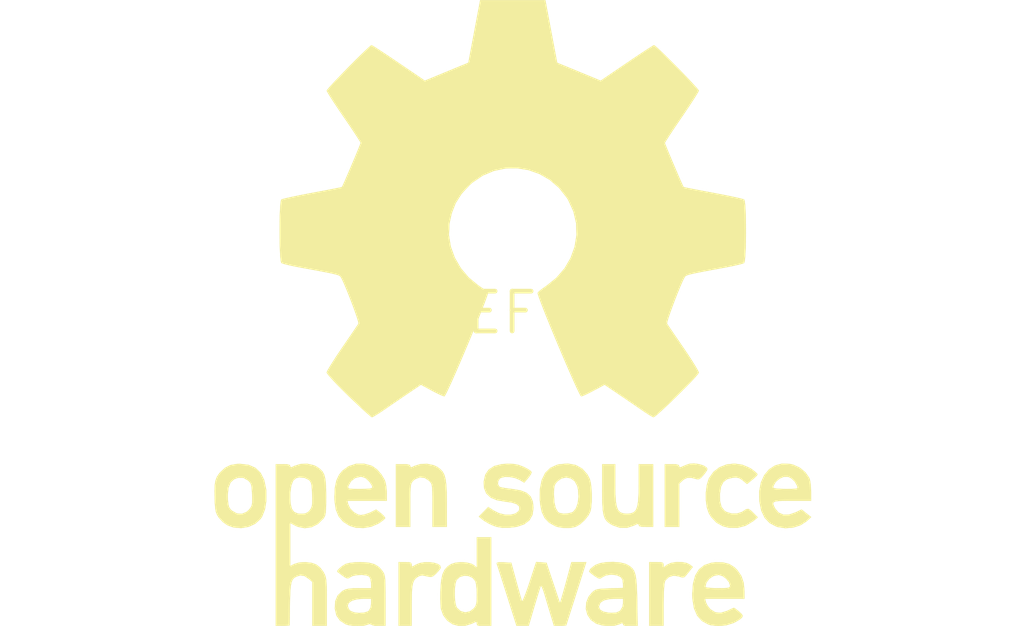
<source format=kicad_pcb>
(kicad_pcb (version 20240108) (generator pcbnew)
  (layers (0 "F.Cu" signal) (31 "B.Cu" signal) (34 "B.Paste" user) (35 "F.Paste" user) (36 "B.SilkS" user "B.Silkscreen") (37 "F.SilkS" user "F.Silkscreen") (38 "B.Mask" user) (39 "F.Mask" user) (44 "Edge.Cuts" user))
  (net 0 "")
  (footprint "OSHW-Logo_19x20mm_SilkScreen" (layer "F.Cu") (at 0 0)
    (property "Reference" "REF**")
    (property "Value" "OSHW-Logo_19x20mm_SilkScreen")
    (fp_poly (pts (xy 5.958869 4.828231) (xy 6.102092 4.871989) (xy 6.194306 4.92728) (xy 6.224344 4.971004) (xy 6.216076 5.022834) (xy 6.162427 5.104259) (xy 6.117063 5.161927) (xy 6.023546 5.266182) (xy 5.953287 5.310045) (xy 5.893393 5.307182) (xy 5.71572 5.261967) (xy 5.585234 5.26402) (xy 5.479273 5.315261) (xy 5.4437 5.345252) (xy 5.329836 5.450778) (xy 5.329836 6.828853) (xy 4.871803 6.828853) (xy 4.871803 4.830164) (xy 5.10082 4.830164) (xy 5.238318 4.835602) (xy 5.309258 4.854909) (xy 5.329827 4.892576) (xy 5.329836 4.893692) (xy 5.33955 4.933146) (xy 5.383478 4.928) (xy 5.444344 4.899536) (xy 5.570054 4.846569) (xy 5.672134 4.814703) (xy 5.80348 4.806533) (xy 5.958869 4.828231)) (layer "F.SilkS") (stroke (width 0.01)) (fill solid))
    (fp_poly (pts (xy 5.415107 7.95246) (xy 5.575182 7.984017) (xy 5.666312 8.030743) (xy 5.762179 8.10837) (xy 5.625787 8.280579) (xy 5.541694 8.384867) (xy 5.484592 8.435746) (xy 5.427844 8.443519) (xy 5.344811 8.418488) (xy 5.305833 8.404327) (xy 5.146926 8.383433) (xy 5.001399 8.42822) (xy 4.89456 8.529399) (xy 4.877205 8.561659) (xy 4.858303 8.647115) (xy 4.843716 8.804606) (xy 4.834126 9.022969) (xy 4.830219 9.291038) (xy 4.830164 9.329172) (xy 4.830164 9.993443) (xy 4.372131 9.993443) (xy 4.372131 7.953115) (xy 4.601148 7.953115) (xy 4.733199 7.956563) (xy 4.801992 7.971907) (xy 4.82743 8.006648) (xy 4.830164 8.039416) (xy 4.830164 8.125717) (xy 4.939878 8.039416) (xy 5.06568 7.980538) (xy 5.234681 7.951426) (xy 5.415107 7.95246)) (layer "F.SilkS") (stroke (width 0.01)) (fill solid))
    (fp_poly (pts (xy -3.289475 7.95754) (xy -3.227163 7.976218) (xy -3.207075 8.017255) (xy -3.20623 8.035782) (xy -3.202625 8.087383) (xy -3.1778 8.095484) (xy -3.110737 8.060108) (xy -3.070902 8.035937) (xy -2.945227 7.984175) (xy -2.795123 7.958581) (xy -2.637737 7.956613) (xy -2.490214 7.975729) (xy -2.3697 8.013387) (xy -2.29334 8.067044) (xy -2.278281 8.134158) (xy -2.285881 8.152333) (xy -2.341282 8.227777) (xy -2.42719 8.320568) (xy -2.442728 8.335568) (xy -2.524612 8.40454) (xy -2.595263 8.426825) (xy -2.694068 8.411272) (xy -2.733652 8.400938) (xy -2.856828 8.376116) (xy -2.943436 8.387278) (xy -3.016576 8.426646) (xy -3.083574 8.479479) (xy -3.132918 8.545924) (xy -3.167209 8.638652) (xy -3.189048 8.770334) (xy -3.201034 8.953641) (xy -3.205769 9.201246) (xy -3.20623 9.350744) (xy -3.20623 9.993443) (xy -3.622623 9.993443) (xy -3.622623 7.953115) (xy -3.414426 7.953115) (xy -3.289475 7.95754)) (layer "F.SilkS") (stroke (width 0.01)) (fill solid))
    (fp_poly (pts (xy 3.289508 5.478311) (xy 3.293444 5.783698) (xy 3.307823 6.01566) (xy 3.336504 6.183786) (xy 3.383348 6.297671) (xy 3.452211 6.366905) (xy 3.546954 6.40108) (xy 3.664262 6.409811) (xy 3.787123 6.400028) (xy 3.880444 6.364287) (xy 3.948084 6.292995) (xy 3.993901 6.176561) (xy 4.021755 6.005391) (xy 4.035504 5.769896) (xy 4.039016 5.478311) (xy 4.039016 4.830164) (xy 4.497049 4.830164) (xy 4.497049 6.828853) (xy 4.268033 6.828853) (xy 4.129971 6.823258) (xy 4.058878 6.803611) (xy 4.039016 6.766313) (xy 4.027054 6.733094) (xy 3.979447 6.740121) (xy 3.883485 6.787132) (xy 3.663548 6.859654) (xy 3.430274 6.854516) (xy 3.206755 6.775766) (xy 3.100313 6.713558) (xy 3.019122 6.646204) (xy 2.959808 6.561928) (xy 2.918996 6.448957) (xy 2.893312 6.295515) (xy 2.879381 6.089827) (xy 2.873829 5.820118) (xy 2.873115 5.611551) (xy 2.873115 4.830164) (xy 3.289508 4.830164) (xy 3.289508 5.478311)) (layer "F.SilkS") (stroke (width 0.01)) (fill solid))
    (fp_poly (pts (xy -2.496892 4.864563) (xy -2.39326 4.914062) (xy -2.292894 4.985561) (xy -2.216432 5.067853) (xy -2.160738 5.172811) (xy -2.122677 5.312313) (xy -2.099115 5.498233) (xy -2.086915 5.742448) (xy -2.082944 6.056833) (xy -2.082882 6.089754) (xy -2.081967 6.828853) (xy -2.54 6.828853) (xy -2.54 6.147481) (xy -2.540326 5.89505) (xy -2.542581 5.712093) (xy -2.548681 5.584807) (xy -2.560541 5.499386) (xy -2.580076 5.442026) (xy -2.609203 5.398924) (xy -2.649776 5.356334) (xy -2.791731 5.264824) (xy -2.946694 5.247843) (xy -3.094323 5.305701) (xy -3.145663 5.348763) (xy -3.183353 5.389249) (xy -3.210413 5.432607) (xy -3.228603 5.492463) (xy -3.239684 5.582441) (xy -3.245414 5.716168) (xy -3.247556 5.90727) (xy -3.247869 6.139911) (xy -3.247869 6.828853) (xy -3.705902 6.828853) (xy -3.705902 4.830164) (xy -3.476885 4.830164) (xy -3.339386 4.835602) (xy -3.268447 4.854909) (xy -3.247878 4.892576) (xy -3.247869 4.893692) (xy -3.238325 4.930581) (xy -3.196233 4.926395) (xy -3.112541 4.885861) (xy -2.922727 4.826224) (xy -2.705599 4.819591) (xy -2.496892 4.864563)) (layer "F.SilkS") (stroke (width 0.01)) (fill solid))
    (fp_poly (pts (xy 7.342288 4.847602) (xy 7.583543 4.95009) (xy 7.659531 4.999981) (xy 7.756648 5.076651) (xy 7.817612 5.136936) (xy 7.828197 5.156571) (xy 7.798308 5.200142) (xy 7.721819 5.274077) (xy 7.660582 5.325679) (xy 7.492967 5.460378) (xy 7.360614 5.34901) (xy 7.258336 5.277113) (xy 7.15861 5.252296) (xy 7.044475 5.258357) (xy 6.863234 5.303418) (xy 6.738475 5.396949) (xy 6.662658 5.548154) (xy 6.62824 5.766236) (xy 6.628231 5.766373) (xy 6.631208 6.010124) (xy 6.677467 6.188966) (xy 6.769742 6.31073) (xy 6.83265 6.351964) (xy 6.999717 6.403311) (xy 7.178162 6.403342) (xy 7.333415 6.353522) (xy 7.370164 6.32918) (xy 7.46233 6.267004) (xy 7.534387 6.256813) (xy 7.612102 6.303092) (xy 7.698018 6.386212) (xy 7.834011 6.526521) (xy 7.683023 6.650978) (xy 7.44974 6.791443) (xy 7.186673 6.860666) (xy 6.91176 6.855653) (xy 6.731216 6.809755) (xy 6.520194 6.696249) (xy 6.351426 6.517685) (xy 6.274753 6.391639) (xy 6.212654 6.210791) (xy 6.181581 5.981745) (xy 6.181342 5.73351) (xy 6.211743 5.495093) (xy 6.272592 5.295503) (xy 6.282176 5.275039) (xy 6.424102 5.074341) (xy 6.616259 4.928217) (xy 6.843464 4.839698) (xy 7.090535 4.811815) (xy 7.342288 4.847602)) (layer "F.SilkS") (stroke (width 0.01)) (fill solid))
    (fp_poly (pts (xy 2.022521 4.854805) (xy 2.233136 4.969505) (xy 2.397915 5.150574) (xy 2.475554 5.297838) (xy 2.508886 5.427907) (xy 2.530483 5.613333) (xy 2.539739 5.826939) (xy 2.536045 6.04155) (xy 2.518794 6.229991) (xy 2.498643 6.330637) (xy 2.430667 6.468323) (xy 2.312942 6.614566) (xy 2.171065 6.742452) (xy 2.030632 6.825063) (xy 2.027207 6.826373) (xy 1.852945 6.862472) (xy 1.646427 6.863365) (xy 1.450174 6.830501) (xy 1.374396 6.804161) (xy 1.179221 6.693484) (xy 1.039438 6.548478) (xy 0.947599 6.356503) (xy 0.896254 6.10492) (xy 0.884637 5.973142) (xy 0.886119 5.807553) (xy 1.332459 5.807553) (xy 1.347494 6.049177) (xy 1.390772 6.233303) (xy 1.459551 6.350949) (xy 1.50855 6.38459) (xy 1.634093 6.40805) (xy 1.783318 6.401104) (xy 1.912333 6.367345) (xy 1.946166 6.348772) (xy 2.035428 6.240599) (xy 2.094345 6.075051) (xy 2.119424 5.873581) (xy 2.107174 5.657646) (xy 2.079796 5.52769) (xy 2.001191 5.377191) (xy 1.877104 5.283114) (xy 1.727661 5.250587) (xy 1.572987 5.284738) (xy 1.454174 5.368273) (xy 1.391735 5.437193) (xy 1.355293 5.505126) (xy 1.337923 5.597064) (xy 1.332699 5.737999) (xy 1.332459 5.807553) (xy 0.886119 5.807553) (xy 0.887785 5.621495) (xy 0.945056 5.333134) (xy 1.056457 5.108049) (xy 1.221993 4.94623) (xy 1.44167 4.847666) (xy 1.488842 4.836236) (xy 1.772336 4.809406) (xy 2.022521 4.854805)) (layer "F.SilkS") (stroke (width 0.01)) (fill solid))
    (fp_poly (pts (xy 1.096942 7.973935) (xy 1.312248 8.619344) (xy 1.527555 9.264754) (xy 1.595064 9.035738) (xy 1.635691 8.894204) (xy 1.689133 8.702936) (xy 1.746842 8.492693) (xy 1.777355 8.379918) (xy 1.892136 7.953115) (xy 2.365687 7.953115) (xy 2.224139 8.400738) (xy 2.154433 8.620903) (xy 2.070223 8.886471) (xy 1.982281 9.163492) (xy 1.903772 9.410492) (xy 1.724952 9.972623) (xy 1.531882 9.985185) (xy 1.338811 9.997746) (xy 1.234118 9.65207) (xy 1.169553 9.437335) (xy 1.099092 9.200604) (xy 1.037511 8.991526) (xy 1.035081 8.983205) (xy 0.989085 8.841537) (xy 0.948503 8.744874) (xy 0.92008 8.708321) (xy 0.914239 8.712549) (xy 0.893738 8.769217) (xy 0.854785 8.890605) (xy 0.802122 9.061448) (xy 0.740491 9.266482) (xy 0.707143 9.379262) (xy 0.526546 9.993443) (xy 0.143267 9.993443) (xy -0.163133 9.025328) (xy -0.249209 8.753759) (xy -0.32762 8.507138) (xy -0.394661 8.297048) (xy -0.446631 8.135076) (xy -0.479826 8.032808) (xy -0.489916 8.002928) (xy -0.481928 7.972334) (xy -0.419208 7.958935) (xy -0.288685 7.960275) (xy -0.268253 7.961288) (xy -0.026208 7.973935) (xy 0.132317 8.556885) (xy 0.190585 8.769486) (xy 0.242655 8.956377) (xy 0.283944 9.101331) (xy 0.309866 9.18812) (xy 0.314656 9.202269) (xy 0.334504 9.185998) (xy 0.37453 9.101697) (xy 0.430138 8.960842) (xy 0.496731 8.774911) (xy 0.553024 8.606956) (xy 0.767578 7.949209) (xy 1.096942 7.973935)) (layer "F.SilkS") (stroke (width 0.01)) (fill solid))
    (fp_poly (pts (xy -8.40539 4.851802) (xy -8.187553 4.948108) (xy -8.022184 5.108919) (xy -7.909043 5.334482) (xy -7.847888 5.625042) (xy -7.843505 5.670408) (xy -7.84007 5.990256) (xy -7.884602 6.270614) (xy -7.974391 6.497847) (xy -8.022471 6.570941) (xy -8.189945 6.725643) (xy -8.403232 6.825838) (xy -8.641846 6.867418) (xy -8.885303 6.846272) (xy -9.07037 6.781145) (xy -9.229521 6.671393) (xy -9.359596 6.527496) (xy -9.361846 6.52413) (xy -9.41467 6.435314) (xy -9.448999 6.346005) (xy -9.469788 6.233294) (xy -9.481991 6.074273) (xy -9.487367 5.943868) (xy -9.489605 5.825611) (xy -9.073294 5.825611) (xy -9.069225 5.943335) (xy -9.054455 6.100049) (xy -9.028398 6.200621) (xy -8.981407 6.272173) (xy -8.937397 6.313971) (xy -8.781377 6.401484) (xy -8.618131 6.413179) (xy -8.466096 6.350212) (xy -8.39008 6.279653) (xy -8.335303 6.20855) (xy -8.303263 6.140512) (xy -8.2892 6.051967) (xy -8.288358 5.919339) (xy -8.292691 5.797195) (xy -8.302011 5.62271) (xy -8.316788 5.509538) (xy -8.34342 5.435721) (xy -8.388309 5.379298) (xy -8.42388 5.34705) (xy -8.572671 5.26234) (xy -8.733187 5.258117) (xy -8.86778 5.308292) (xy -8.9826 5.413075) (xy -9.051004 5.585198) (xy -9.073294 5.825611) (xy -9.489605 5.825611) (xy -9.492276 5.684548) (xy -9.483893 5.49061) (xy -9.458772 5.344745) (xy -9.413468 5.229641) (xy -9.344536 5.127986) (xy -9.318978 5.097802) (xy -9.159175 4.947412) (xy -8.987769 4.859566) (xy -8.778151 4.822762) (xy -8.675936 4.819754) (xy -8.40539 4.851802)) (layer "F.SilkS") (stroke (width 0.01)) (fill solid))
    (fp_poly (pts (xy -0.66623 9.993443) (xy -0.895246 9.993443) (xy -1.028175 9.989546) (xy -1.097405 9.973407) (xy -1.122332 9.938354) (xy -1.124262 9.914653) (xy -1.128466 9.867123) (xy -1.154974 9.858008) (xy -1.224633 9.887308) (xy -1.278804 9.914653) (xy -1.486777 9.979451) (xy -1.712853 9.983201) (xy -1.896655 9.934873) (xy -2.067813 9.818118) (xy -2.198284 9.645781) (xy -2.269727 9.442506) (xy -2.271546 9.431141) (xy -2.282161 9.307136) (xy -2.28744 9.129117) (xy -2.287016 8.99448) (xy -1.832172 8.99448) (xy -1.821635 9.173428) (xy -1.797666 9.320924) (xy -1.765217 9.404217) (xy -1.642456 9.518041) (xy -1.496701 9.558845) (xy -1.346393 9.525848) (xy -1.217951 9.427422) (xy -1.169308 9.361224) (xy -1.140866 9.282231) (xy -1.127544 9.166926) (xy -1.124262 8.993736) (xy -1.130135 8.822229) (xy -1.145647 8.67154) (xy -1.167638 8.570698) (xy -1.171303 8.561659) (xy -1.259988 8.454195) (xy -1.389428 8.395195) (xy -1.534257 8.385669) (xy -1.669109 8.426626) (xy -1.768617 8.519076) (xy -1.77894 8.537473) (xy -1.81125 8.649646) (xy -1.828852 8.810934) (xy -1.832172 8.99448) (xy -2.287016 8.99448) (xy -2.2868 8.926212) (xy -2.283806 8.81701) (xy -2.263442 8.546856) (xy -2.221117 8.344024) (xy -2.150706 8.194077) (xy -2.046088 8.082579) (xy -1.944521 8.017127) (xy -1.802616 7.971117) (xy -1.626121 7.955336) (xy -1.445393 7.96819) (xy -1.290787 8.008081) (xy -1.209101 8.055801) (xy -1.124262 8.132579) (xy -1.124262 7.161967) (xy -0.66623 7.161967) (xy -0.66623 9.993443)) (layer "F.SilkS") (stroke (width 0.01)) (fill solid))
    (fp_poly (pts (xy 8.867792 4.823019) (xy 8.974414 4.848922) (xy 9.17883 4.943772) (xy 9.353625 5.088633) (xy 9.474597 5.26232) (xy 9.491217 5.301317) (xy 9.514016 5.403465) (xy 9.529975 5.554573) (xy 9.53541 5.707301) (xy 9.53541 5.996066) (xy 8.931639 5.996066) (xy 8.682619 5.997007) (xy 8.507189 6.002723) (xy 8.395665 6.01755) (xy 8.33836 6.045827) (xy 8.325588 6.09189) (xy 8.347662 6.160077) (xy 8.387205 6.239863) (xy 8.497509 6.373017) (xy 8.650792 6.439355) (xy 8.838141 6.437194) (xy 9.050363 6.364991) (xy 9.233773 6.275883) (xy 9.385962 6.39622) (xy 9.538151 6.516558) (xy 9.394974 6.648843) (xy 9.203828 6.773832) (xy 8.968753 6.849189) (xy 8.715898 6.870278) (xy 8.471413 6.83246) (xy 8.431967 6.819628) (xy 8.21709 6.707414) (xy 8.05725 6.540118) (xy 7.94908 6.312748) (xy 7.88921 6.020308) (xy 7.888513 6.01404) (xy 7.883152 5.695332) (xy 7.904823 5.581632) (xy 8.327869 5.581632) (xy 8.366722 5.599116) (xy 8.472205 5.612508) (xy 8.627707 5.620155) (xy 8.726249 5.621312) (xy 8.910013 5.620588) (xy 9.024914 5.615983) (xy 9.085366 5.603848) (xy 9.105783 5.58053) (xy 9.100581 5.542382) (xy 9.096217 5.527623) (xy 9.021724 5.388944) (xy 8.904566 5.277179) (xy 8.801173 5.228066) (xy 8.663816 5.231032) (xy 8.524629 5.292278) (xy 8.407874 5.393683) (xy 8.33781 5.517122) (xy 8.327869 5.581632) (xy 7.904823 5.581632) (xy 7.936579 5.41502) (xy 8.042572 5.17978) (xy 8.194911 4.996284) (xy 8.387374 4.871209) (xy 8.613742 4.811229) (xy 8.867792 4.823019)) (layer "F.SilkS") (stroke (width 0.01)) (fill solid))
    (fp_poly (pts (xy 0.046418 4.823003) (xy 0.2041 4.852907) (xy 0.367685 4.915452) (xy 0.385164 4.923426) (xy 0.509217 4.988656) (xy 0.595129 5.049274) (xy 0.622898 5.088106) (xy 0.596453 5.151437) (xy 0.53222 5.244881) (xy 0.503708 5.279762) (xy 0.386211 5.417066) (xy 0.234732 5.327691) (xy 0.09057 5.268152) (xy -0.076 5.236326) (xy -0.235738 5.234316) (xy -0.359406 5.264221) (xy -0.389084 5.282886) (xy -0.445602 5.368466) (xy -0.452471 5.467049) (xy -0.41018 5.544062) (xy -0.385164 5.558998) (xy -0.310204 5.577547) (xy -0.178439 5.599348) (xy -0.016009 5.62018) (xy 0.013956 5.623447) (xy 0.27484 5.668575) (xy 0.464055 5.74523) (xy 0.589543 5.860491) (xy 0.659243 6.021435) (xy 0.680956 6.218015) (xy 0.650961 6.441473) (xy 0.553559 6.616949) (xy 0.388361 6.744758) (xy 0.154977 6.825218) (xy -0.104098 6.856962) (xy -0.315367 6.85658) (xy -0.486735 6.827749) (xy -0.60377 6.787944) (xy -0.75165 6.718587) (xy -0.888313 6.638097) (xy -0.936885 6.60267) (xy -1.061803 6.500705) (xy -0.760491 6.195813) (xy -0.589204 6.309165) (xy -0.417406 6.3943) (xy -0.233952 6.43883) (xy -0.057603 6.443528) (xy 0.092881 6.40917) (xy 0.19874 6.336529) (xy 0.232921 6.275238) (xy 0.227794 6.176941) (xy 0.142857 6.101773) (xy -0.021657 6.049866) (xy -0.201899 6.025875) (xy -0.479291 5.980104) (xy -0.685365 5.893748) (xy -0.822878 5.76428) (xy -0.894587 5.589172) (xy -0.904521 5.381565) (xy -0.855452 5.164714) (xy -0.74358 5.000805) (xy -0.567903 4.889088) (xy -0.327419 4.828814) (xy -0.149257 4.816999) (xy 0.046418 4.823003)) (layer "F.SilkS") (stroke (width 0.01)) (fill solid))
    (fp_poly (pts (xy 6.730842 7.963999) (xy 6.929876 8.015746) (xy 7.096561 8.122544) (xy 7.177269 8.202326) (xy 7.309568 8.390931) (xy 7.38539 8.60972) (xy 7.411438 8.878668) (xy 7.411571 8.90041) (xy 7.411803 9.119017) (xy 6.153595 9.119017) (xy 6.180415 9.233525) (xy 6.228841 9.337232) (xy 6.313596 9.44529) (xy 6.331323 9.462541) (xy 6.48368 9.555904) (xy 6.657424 9.571738) (xy 6.857411 9.510313) (xy 6.891311 9.493771) (xy 6.995288 9.443484) (xy 7.064931 9.414834) (xy 7.077083 9.412184) (xy 7.119501 9.437913) (xy 7.200399 9.500861) (xy 7.241465 9.535259) (xy 7.32656 9.614276) (xy 7.354503 9.666451) (xy 7.33511 9.714446) (xy 7.324743 9.72757) (xy 7.254531 9.785008) (xy 7.138674 9.854813) (xy 7.057869 9.895564) (xy 6.828501 9.967362) (xy 6.574564 9.990625) (xy 6.334074 9.963059) (xy 6.266721 9.943321) (xy 6.058262 9.831612) (xy 5.903746 9.659721) (xy 5.802278 9.425979) (xy 5.752965 9.128716) (xy 5.747551 8.973279) (xy 5.763359 8.746973) (xy 6.162623 8.746973) (xy 6.20124 8.763702) (xy 6.305042 8.776829) (xy 6.455956 8.784575) (xy 6.558197 8.785902) (xy 6.742101 8.784623) (xy 6.858174 8.778638) (xy 6.921852 8.764724) (xy 6.948567 8.739655) (xy 6.95377 8.70328) (xy 6.918073 8.591229) (xy 6.828196 8.480488) (xy 6.709966 8.395489) (xy 6.59169 8.360718) (xy 6.431044 8.391563) (xy 6.291978 8.480732) (xy 6.195557 8.609263) (xy 6.162623 8.746973) (xy 5.763359 8.746973) (xy 5.770572 8.643733) (xy 5.841624 8.381175) (xy 5.96221 8.183525) (xy 6.133834 8.048702) (xy 6.357998 7.974626) (xy 6.479438 7.96036) (xy 6.730842 7.963999)) (layer "F.SilkS") (stroke (width 0.01)) (fill solid))
    (fp_poly (pts (xy -4.492675 4.876526) (xy -4.451181 4.896061) (xy -4.307566 5.001263) (xy -4.171764 5.154793) (xy -4.070362 5.323845) (xy -4.04152 5.401567) (xy -4.015206 5.540398) (xy -3.999515 5.708177) (xy -3.997609 5.777459) (xy -3.997377 5.996066) (xy -5.255585 5.996066) (xy -5.228766 6.110574) (xy -5.162934 6.246004) (xy -5.047839 6.363046) (xy -4.910913 6.438442) (xy -4.823658 6.454098) (xy -4.705328 6.435099) (xy -4.564149 6.387446) (xy -4.516189 6.365521) (xy -4.338829 6.276944) (xy -4.18747 6.392391) (xy -4.100131 6.470474) (xy -4.053658 6.534922) (xy -4.051305 6.553837) (xy -4.092822 6.599681) (xy -4.18381 6.669349) (xy -4.266395 6.7237) (xy -4.489249 6.821405) (xy -4.739087 6.865628) (xy -4.98671 6.85413) (xy -5.184098 6.794029) (xy -5.387576 6.665284) (xy -5.532179 6.495774) (xy -5.622639 6.276462) (xy -5.663689 5.998309) (xy -5.667329 5.871034) (xy -5.652761 5.579375) (xy -5.650972 5.570891) (xy -5.234059 5.570891) (xy -5.222577 5.598242) (xy -5.175384 5.613324) (xy -5.078049 5.619788) (xy -4.916136 5.621285) (xy -4.85379 5.621312) (xy -4.664103 5.619052) (xy -4.543811 5.610844) (xy -4.479116 5.59455) (xy -4.45622 5.568027) (xy -4.45541 5.55951) (xy -4.48154 5.491825) (xy -4.546937 5.397005) (xy -4.575052 5.363805) (xy -4.679426 5.269906) (xy -4.788225 5.232988) (xy -4.846843 5.229902) (xy -5.005426 5.268493) (xy -5.138413 5.372155) (xy -5.222772 5.522717) (xy -5.224267 5.527623) (xy -5.234059 5.570891) (xy -5.650972 5.570891) (xy -5.604316 5.349722) (xy -5.517045 5.165983) (xy -5.410311 5.035557) (xy -5.21298 4.894131) (xy -4.981015 4.818556) (xy -4.734288 4.811724) (xy -4.492675 4.876526)) (layer "F.SilkS") (stroke (width 0.01)) (fill solid))
    (fp_poly (pts (xy 3.43867 7.96548) (xy 3.614179 8.008109) (xy 3.664912 8.030693) (xy 3.763254 8.089847) (xy 3.838727 8.156472) (xy 3.894571 8.242135) (xy 3.934026 8.358405) (xy 3.960332 8.516848) (xy 3.976729 8.729034) (xy 3.986457 9.006529) (xy 3.990151 9.191885) (xy 4.003745 9.993443) (xy 3.771544 9.993443) (xy 3.630677 9.987536) (xy 3.558102 9.96735) (xy 3.539344 9.933453) (xy 3.529441 9.896799) (xy 3.485166 9.903807) (xy 3.424836 9.933197) (xy 3.273803 9.978246) (xy 3.079693 9.990385) (xy 2.875531 9.970529) (xy 2.69434 9.919592) (xy 2.678089 9.912522) (xy 2.512491 9.796188) (xy 2.403324 9.634467) (xy 2.353091 9.44543) (xy 2.356928 9.377515) (xy 2.766763 9.377515) (xy 2.802875 9.468914) (xy 2.909942 9.534411) (xy 3.082684 9.569563) (xy 3.175 9.574231) (xy 3.32885 9.562282) (xy 3.431115 9.515844) (xy 3.456066 9.493771) (xy 3.523661 9.373681) (xy 3.539344 9.264754) (xy 3.539344 9.119017) (xy 3.336352 9.119017) (xy 3.100387 9.131043) (xy 2.934881 9.168871) (xy 2.830305 9.235121) (xy 2.806891 9.264656) (xy 2.766763 9.377515) (xy 2.356928 9.377515) (xy 2.364295 9.247148) (xy 2.43944 9.057692) (xy 2.541968 8.929656) (xy 2.604065 8.874302) (xy 2.664855 8.837924) (xy 2.743952 8.815744) (xy 2.860971 8.802982) (xy 3.035527 8.794857) (xy 3.104763 8.792521) (xy 3.539344 8.778321) (xy 3.538707 8.646784) (xy 3.521876 8.508519) (xy 3.461026 8.424917) (xy 3.338095 8.371507) (xy 3.334797 8.370555) (xy 3.160504 8.349555) (xy 2.989952 8.376985) (xy 2.8632 8.443689) (xy 2.812342 8.476625) (xy 2.757565 8.472068) (xy 2.673272 8.424349) (xy 2.623773 8.390671) (xy 2.526955 8.318716) (xy 2.466982 8.264779) (xy 2.457359 8.249337) (xy 2.496985 8.169424) (xy 2.614064 8.073989) (xy 2.664918 8.041789) (xy 2.811113 7.986332) (xy 3.008137 7.954913) (xy 3.226989 7.947855) (xy 3.43867 7.96548)) (layer "F.SilkS") (stroke (width 0.01)) (fill solid))
    (fp_poly (pts (xy -4.583779 7.969247) (xy -4.387889 8.021514) (xy -4.238767 8.116253) (xy -4.133535 8.240338) (xy -4.100821 8.293296) (xy -4.076669 8.348768) (xy -4.059784 8.41973) (xy -4.048873 8.519154) (xy -4.04264 8.660016) (xy -4.039791 8.855289) (xy -4.039032 9.117948) (xy -4.039016 9.187633) (xy -4.039016 9.993443) (xy -4.238885 9.993443) (xy -4.36637 9.984515) (xy -4.460634 9.961896) (xy -4.484251 9.947946) (xy -4.548815 9.92387) (xy -4.614759 9.947946) (xy -4.723332 9.978003) (xy -4.881042 9.9901) (xy -5.055844 9.984851) (xy -5.215693 9.962869) (xy -5.309016 9.934663) (xy -5.489609 9.818731) (xy -5.60247 9.657847) (xy -5.653209 9.443936) (xy -5.65368 9.438443) (xy -5.649227 9.343547) (xy -5.246557 9.343547) (xy -5.211354 9.451484) (xy -5.154014 9.512229) (xy -5.038913 9.558172) (xy -4.886986 9.576512) (xy -4.732061 9.567485) (xy -4.607964 9.531332) (xy -4.573197 9.508137) (xy -4.512444 9.40096) (xy -4.497049 9.27912) (xy -4.497049 9.119017) (xy -4.727403 9.119017) (xy -4.946241 9.135863) (xy -5.112137 9.183593) (xy -5.215338 9.257986) (xy -5.246557 9.343547) (xy -5.649227 9.343547) (xy -5.642713 9.204731) (xy -5.565631 9.019946) (xy -5.420714 8.880206) (xy -5.400683 8.867495) (xy -5.31461 8.826105) (xy -5.208073 8.801041) (xy -5.059141 8.788858) (xy -4.882213 8.786057) (xy -4.497049 8.785902) (xy -4.497049 8.624443) (xy -4.513387 8.499168) (xy -4.555078 8.415241) (xy -4.559959 8.410773) (xy -4.652736 8.374059) (xy -4.792784 8.359828) (xy -4.947555 8.366821) (xy -5.084499 8.39378) (xy -5.165759 8.434212) (xy -5.20979 8.466601) (xy -5.256285 8.472784) (xy -5.320451 8.446248) (xy -5.417495 8.380479) (xy -5.562626 8.268963) (xy -5.575947 8.258516) (xy -5.569121 8.219862) (xy -5.512178 8.155572) (xy -5.42563 8.084131) (xy -5.329992 8.024021) (xy -5.299944 8.009827) (xy -5.190341 7.981503) (xy -5.029735 7.9613) (xy -4.850302 7.953196) (xy -4.841911 7.95318) (xy -4.583779 7.969247)) (layer "F.SilkS") (stroke (width 0.01)) (fill solid))
    (fp_poly (pts (xy -6.320808 4.865166) (xy -6.233015 4.90854) (xy -6.124751 4.984122) (xy -6.045845 5.066542) (xy -5.991805 5.170037) (xy -5.958141 5.308843) (xy -5.940363 5.497194) (xy -5.93398 5.749328) (xy -5.933607 5.857724) (xy -5.934696 6.095287) (xy -5.939222 6.265068) (xy -5.949068 6.38255) (xy -5.966118 6.463215) (xy -5.992259 6.522545) (xy -6.019458 6.56302) (xy -6.19308 6.735225) (xy -6.397538 6.838806) (xy -6.618104 6.86996) (xy -6.840046 6.824885) (xy -6.91036 6.793009) (xy -7.078689 6.705271) (xy -7.078689 8.080172) (xy -6.955838 8.016643) (xy -6.793967 7.967491) (xy -6.595005 7.9549) (xy -6.396328 7.978147) (xy -6.24629 8.03037) (xy -6.121841 8.129826) (xy -6.015508 8.272143) (xy -6.007513 8.286755) (xy -5.973793 8.355582) (xy -5.949166 8.424956) (xy -5.932214 8.508996) (xy -5.921519 8.621816) (xy -5.915662 8.777533) (xy -5.913227 8.990265) (xy -5.912787 9.229664) (xy -5.912787 9.993443) (xy -6.37082 9.993443) (xy -6.37082 8.585108) (xy -6.498933 8.477308) (xy -6.632018 8.391079) (xy -6.758048 8.375401) (xy -6.884778 8.415747) (xy -6.952317 8.455254) (xy -7.002586 8.511527) (xy -7.038338 8.596572) (xy -7.062328 8.722394) (xy -7.077311 8.900998) (xy -7.08604 9.144391) (xy -7.089114 9.306394) (xy -7.099508 9.972623) (xy -7.318115 9.985209) (xy -7.536721 9.997795) (xy -7.536721 5.863464) (xy -7.078689 5.863464) (xy -7.067011 6.093953) (xy -7.027662 6.25395) (xy -6.954166 6.353497) (xy -6.840049 6.402639) (xy -6.724754 6.412459) (xy -6.594238 6.401175) (xy -6.507617 6.356764) (xy -6.453451 6.298081) (xy -6.41081 6.234962) (xy -6.385426 6.164645) (xy -6.374131 6.066123) (xy -6.37376 5.918387) (xy -6.37756 5.794683) (xy -6.386288 5.608328) (xy -6.39928 5.485982) (xy -6.421159 5.408377) (xy -6.456546 5.356245) (xy -6.489941 5.326111) (xy -6.629475 5.260399) (xy -6.794619 5.249787) (xy -6.889446 5.272423) (xy -6.983334 5.352881) (xy -7.045526 5.509392) (xy -7.075669 5.740852) (xy -7.078689 5.863464) (xy -7.536721 5.863464) (xy -7.536721 4.830164) (xy -7.307705 4.830164) (xy -7.170206 4.835602) (xy -7.099267 4.854909) (xy -7.078697 4.892576) (xy -7.078689 4.893692) (xy -7.069145 4.930581) (xy -7.027051 4.926393) (xy -6.943361 4.885859) (xy -6.748354 4.82385) (xy -6.528954 4.817332) (xy -6.320808 4.865166)) (layer "F.SilkS") (stroke (width 0.01)) (fill solid))
    (fp_poly (pts (xy 1.248305 -8.97404) (xy 1.436557 -7.975458) (xy 2.131183 -7.689111) (xy 2.825808 -7.402763) (xy 3.659128 -7.969414) (xy 3.892501 -8.127189) (xy 4.103457 -8.268061) (xy 4.282153 -8.385599) (xy 4.418744 -8.473371) (xy 4.503386 -8.524945) (xy 4.526437 -8.536065) (xy 4.567963 -8.507465) (xy 4.656698 -8.428396) (xy 4.782697 -8.308959) (xy 4.936014 -8.159256) (xy 5.106702 -7.989385) (xy 5.284814 -7.809449) (xy 5.460406 -7.629546) (xy 5.62353 -7.459778) (xy 5.764241 -7.310246) (xy 5.872592 -7.191048) (xy 5.938637 -7.112287) (xy 5.954426 -7.085928) (xy 5.931703 -7.037334) (xy 5.867999 -6.930874) (xy 5.770013 -6.776961) (xy 5.644441 -6.586009) (xy 5.497982 -6.368431) (xy 5.413115 -6.244329) (xy 5.258426 -6.017721) (xy 5.12097 -5.81323) (xy 5.007414 -5.641035) (xy 4.924428 -5.511315) (xy 4.878678 -5.434249) (xy 4.871803 -5.418053) (xy 4.887388 -5.372025) (xy 4.929868 -5.26475) (xy 4.992835 -5.111313) (xy 5.069879 -4.926794) (xy 5.15459 -4.726279) (xy 5.240558 -4.524848) (xy 5.321373 -4.337585) (xy 5.390627 -4.179572) (xy 5.441908 -4.065893) (xy 5.468809 -4.01163) (xy 5.470396 -4.009494) (xy 5.512635 -3.999133) (xy 5.625126 -3.976018) (xy 5.796209 -3.942421) (xy 6.014223 -3.900615) (xy 6.267509 -3.852873) (xy 6.415288 -3.825341) (xy 6.685938 -3.77381) (xy 6.930397 -3.724775) (xy 7.1363 -3.680919) (xy 7.291277 -3.644926) (xy 7.382962 -3.619479) (xy 7.401393 -3.611405) (xy 7.419445 -3.556758) (xy 7.43401 -3.433338) (xy 7.445098 -3.255577) (xy 7.452719 -3.037909) (xy 7.456884 -2.794765) (xy 7.457602 -2.540577) (xy 7.454882 -2.28978) (xy 7.448735 -2.056804) (xy 7.439171 -1.856082) (xy 7.426199 -1.702046) (xy 7.409829 -1.60913) (xy 7.400011 -1.589787) (xy 7.341323 -1.566602) (xy 7.216966 -1.533456) (xy 7.04339 -1.494242) (xy 6.837042 -1.452855) (xy 6.765011 -1.439466) (xy 6.417719 -1.375853) (xy 6.143383 -1.324622) (xy 5.932939 -1.283739) (xy 5.777322 -1.251166) (xy 5.667467 -1.224868) (xy 5.594311 -1.202808) (xy 5.548787 -1.182951) (xy 5.521833 -1.163259) (xy 5.518061 -1.159368) (xy 5.480415 -1.096676) (xy 5.422986 -0.974669) (xy 5.351508 -0.808288) (xy 5.271715 -0.612471) (xy 5.189343 -0.40216) (xy 5.110125 -0.192292) (xy 5.039796 0.002191) (xy 4.984089 0.16635) (xy 4.948741 0.285245) (xy 4.939484 0.343936) (xy 4.940256 0.345992) (xy 4.97162 0.393964) (xy 5.042774 0.499516) (xy 5.14624 0.65166) (xy 5.27454 0.83941) (xy 5.420199 1.05178) (xy 5.46168 1.11213) (xy 5.609587 1.330929) (xy 5.739739 1.530562) (xy 5.845045 1.699565) (xy 5.918416 1.826475) (xy 5.952763 1.899829) (xy 5.954426 1.908841) (xy 5.925569 1.956207) (xy 5.845831 2.050042) (xy 5.725462 2.180261) (xy 5.574713 2.336779) (xy 5.403836 2.50951) (xy 5.223079 2.688371) (xy 5.042694 2.863276) (xy 4.872932 3.02414) (xy 4.724042 3.160878) (xy 4.606276 3.263407) (xy 4.529883 3.32164) (xy 4.50875 3.331148) (xy 4.45956 3.308754) (xy 4.358847 3.248356) (xy 4.223017 3.160129) (xy 4.11851 3.089115) (xy 3.929149 2.958811) (xy 3.704899 2.805384) (xy 3.479964 2.652201) (xy 3.359032 2.570218) (xy 2.949704 2.293353) (xy 2.606102 2.479136) (xy 2.449565 2.560523) (xy 2.316454 2.623784) (xy 2.226389 2.659865) (xy 2.203463 2.664885) (xy 2.175895 2.627817) (xy 2.121508 2.523069) (xy 2.044363 2.360303) (xy 1.948518 2.149181) (xy 1.838034 1.899365) (xy 1.716971 1.620517) (xy 1.589389 1.322299) (xy 1.459347 1.014374) (xy 1.330906 0.706404) (xy 1.208126 0.40805) (xy 1.095067 0.128975) (xy 0.995788 -0.121159) (xy 0.914349 -0.33269) (xy 0.854811 -0.495957) (xy 0.821234 -0.601295) (xy 0.815834 -0.637473) (xy 0.858634 -0.683619) (xy 0.952344 -0.758528) (xy 1.077373 -0.846636) (xy 1.087867 -0.853606) (xy 1.41102 -1.112279) (xy 1.671587 -1.414062) (xy 1.86731 -1.749305) (xy 1.995932 -2.108358) (xy 2.055195 -2.481574) (xy 2.042839 -2.8593) (xy 1.956607 -3.231889) (xy 1.794241 -3.58969) (xy 1.746472 -3.667973) (xy 1.498009 -3.984081) (xy 1.204481 -4.237921) (xy 0.876047 -4.428173) (xy 0.522865 -4.553515) (xy 0.155095 -4.612628) (xy -0.217103 -4.604193) (xy -0.583571 -4.526888) (xy -0.934149 -4.379394) (xy -1.258677 -4.16039) (xy -1.359064 -4.071502) (xy -1.614551 -3.793256) (xy -1.800722 -3.500344) (xy -1.92843 -3.172014) (xy -1.999556 -2.846867) (xy -2.017114 -2.481298) (xy -1.958566 -2.113914) (xy -1.829858 -1.757134) (xy -1.636938 -1.423374) (xy -1.385752 -1.125053) (xy -1.082248 -0.874589) (xy -1.04236 -0.848187) (xy -0.915991 -0.761728) (xy -0.819927 -0.686816) (xy -0.774 -0.638985) (xy -0.773332 -0.637473) (xy -0.783192 -0.585733) (xy -0.822278 -0.468304) (xy -0.886528 -0.294846) (xy -0.97188 -0.075021) (xy -1.074273 0.181513) (xy -1.189646 0.465096) (xy -1.313937 0.766067) (xy -1.443084 1.074767) (xy -1.573026 1.381536) (xy -1.699702 1.676714) (xy -1.819049 1.95064) (xy -1.927006 2.193656) (xy -2.019512 2.396101) (xy -2.092504 2.548315) (xy -2.141923 2.640638) (xy -2.161823 2.664885) (xy -2.222634 2.646004) (xy -2.336418 2.595364) (xy -2.483555 2.522017) (xy -2.564462 2.479136) (xy -2.908065 2.293353) (xy -3.317393 2.570218) (xy -3.526346 2.712054) (xy -3.755113 2.868141) (xy -3.969491 3.015109) (xy -4.076871 3.089115) (xy -4.227898 3.190531) (xy -4.355782 3.270898) (xy -4.443842 3.320041) (xy -4.472445 3.330429) (xy -4.514076 3.302405) (xy -4.606211 3.224172) (xy -4.739918 3.103852) (xy -4.906265 2.949568) (xy -5.09632 2.769443) (xy -5.216521 2.65379) (xy -5.426815 2.447167) (xy -5.608556 2.262358) (xy -5.754397 2.10727) (xy -5.856991 1.989807) (xy -5.908991 1.917875) (xy -5.91398 1.903278) (xy -5.890829 1.847753) (xy -5.826854 1.735484) (xy -5.729153 1.577837) (xy -5.60482 1.386179) (xy -5.460954 1.171876) (xy -5.420041 1.11213) (xy -5.270967 0.894982) (xy -5.137225 0.699475) (xy -5.026291 0.536599) (xy -4.945644 0.417337) (xy -4.902759 0.352678) (xy -4.898617 0.345992) (xy -4.904812 0.294462) (xy -4.9377 0.181166) (xy -4.991545 0.021042) (xy -5.060613 -0.170968) (xy -5.139169 -0.379926) (xy -5.22148 -0.590891) (xy -5.301811 -0.788924) (xy -5.374428 -0.959084) (xy -5.433595 -1.086433) (xy -5.47358 -1.156029) (xy -5.476422 -1.159368) (xy -5.500873 -1.179258) (xy -5.542169 -1.198927) (xy -5.609377 -1.220411) (xy -5.711559 -1.245747) (xy -5.857781 -1.276971) (xy -6.057107 -1.316118) (xy -6.318603 -1.365225) (xy -6.651331 -1.426328) (xy -6.723372 -1.439466) (xy -6.936885 -1.480718) (xy -7.123022 -1.521074) (xy -7.265334 -1.556639) (xy -7.347371 -1.58352) (xy -7.358372 -1.589787) (xy -7.376498 -1.645346) (xy -7.391233 -1.769505) (xy -7.402564 -1.947831) (xy -7.410484 -2.165891) (xy -7.414981 -2.409254) (xy -7.416046 -2.663486) (xy -7.41367 -2.914155) (xy -7.407841 -3.146829) (xy -7.398551 -3.347076) (xy -7.385789 -3.500462) (xy -7.369546 -3.592556) (xy -7.359754 -3.611405) (xy -7.305239 -3.630418) (xy -7.181104 -3.66135) (xy -6.999715 -3.701518) (xy -6.77344 -3.748238) (xy -6.514647 -3.798827) (xy -6.373649 -3.825341) (xy -6.106127 -3.87535) (xy -5.867562 -3.920654) (xy -5.669614 -3.958979) (xy -5.523943 -3.988053) (xy -5.442209 -4.005603) (xy -5.428757 -4.009494) (xy -5.406021 -4.053362) (xy -5.35796 -4.159024) (xy -5.290981 -4.311387) (xy -5.21149 -4.495354) (xy -5.125892 -4.69583) (xy -5.040595 -4.897719) (xy -4.962005 -5.085927) (xy -4.896527 -5.245358) (xy -4.850569 -5.360916) (xy -4.830537 -5.417506) (xy -4.830164 -5.419979) (xy -4.852874 -5.464621) (xy -4.916541 -5.567353) (xy -5.014475 -5.717963) (xy -5.139983 -5.906243) (xy -5.286374 -6.121982) (xy -5.371475 -6.245902) (xy -5.526545 -6.473117) (xy -5.664275 -6.679405) (xy -5.777947 -6.854329) (xy -5.860839 -6.987455) (xy -5.906231 -7.068347) (xy -5.912787 -7.08648) (xy -5.884605 -7.128688) (xy -5.806696 -7.218809) (xy -5.68901 -7.346746) (xy -5.5415 -7.502404) (xy -5.374119 -7.675685) (xy -5.196819 -7.856493) (xy -5.019552 -8.034733) (xy -4.85227 -8.200307) (xy -4.704925 -8.34312) (xy -4.58747 -8.453075) (xy -4.509857 -8.520076) (xy -4.483892 -8.536065) (xy -4.441616 -8.513581) (xy -4.340499 -8.450415) (xy -4.190373 -8.352997) (xy -4.00107 -8.227757) (xy -3.782421 -8.081125) (xy -3.617489 -7.969414) (xy -2.784169 -7.402763) (xy -2.089544 -7.689111) (xy -1.394918 -7.975458) (xy -1.206666 -8.97404) (xy -1.018413 -9.972623) (xy 1.060052 -9.972623) (xy 1.248305 -8.97404)) (layer "F.SilkS") (stroke (width 0.01)) (fill solid))
  )
)
</source>
